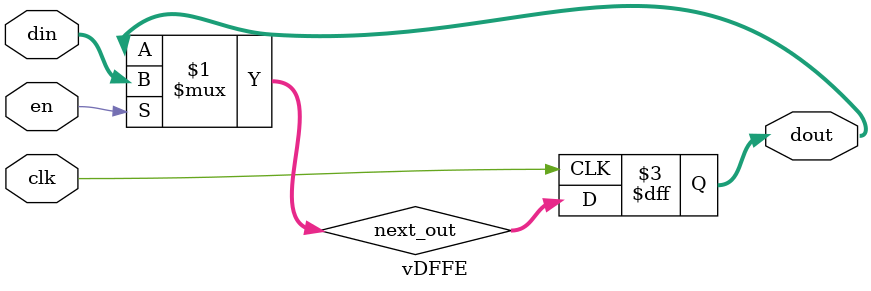
<source format=v>
`define WAIT 3'b000 
`define MOVRn 3'b001
`define MOVRd 3'b010
`define ADD 3'b011
`define CMP 3'b100
`define AND 3'b101
`define MVN 3'b111

module FSM_chooser(clk, s, reset, opcode, op, nsel, w, loada, loadb, loadc, loads, asel, bsel, write, vsel);
  //inputs and outputs
  input clk, s, reset;
  input [2:0] opcode;
  input [1:0] op;
  
  output [1:0] nsel, vsel;
  output w, loada, loadb, loadc, loads, asel, bsel, write;
  
  reg loada, loadb, loadc, loads, asel, bsel, write, w;
  reg [1:0] nsel, vsel; 
  reg [2:0] step;
  reg [2:0] next_state;

  reg custom;

  wire [2:0] chosenOne;
  wire wANDs = w & s;
  
  MuxChooser choose(`MVN, `AND, `CMP, `ADD, `MOVRd, `MOVRn, {opcode, op}, chosenOne);
  vDFFE #(3) vSelFF(clk, resetOrcustom, `WAIT, chosenOne);

  assign resetOrcustom = reset | custom;

  always @(posedge clk) begin
    next_state  = chosenOne;
    casex ({next_state, step}) 
      {`MOVRn, 3'bx}: {loada, loadb, loadc, asel, bsel, vsel, write, nsel, w, loads, custom, step} = {12'b0_0_0_0_0_10_1_00_0_0, 1'b1, 3'd0};
       
      {`MOVRd, 3'd0}: {loada, loadb, loadc, asel, bsel, vsel, write, nsel, w, loads, custom, step} = {12'b0_1_1_1_0_10_0_10_0_0, 1'b1, 3'd1};
      {`MOVRd, 3'd1}: {loada, loadb, loadc, asel, bsel, vsel, write, nsel, w, loads, custom, step} = {12'b0_0_0_0_0_00_1_01_0_0, 1'b1, 3'd0};
        
      {`ADD, 3'd0}: {loada, loadb, loadc, asel, bsel, vsel, write, nsel, w, loads, custom, step} = {12'b1_0_0_0_0_10_0_00_0_0, 1'b1, 3'd1};
      {`ADD, 3'd1}: {loada, loadb, loadc, asel, bsel, vsel, write, nsel, w, loads, custom, step} = {12'b0_1_0_0_0_10_0_10_0_0, 1'b1, 3'd2};
      {`ADD, 3'd2}: {loada, loadb, loadc, asel, bsel, vsel, write, nsel, w, loads, custom, step} = {12'b0_0_1_0_0_10_0_10_0_0, 1'b1, 3'd3};
      {`ADD, 3'd3}: {loada, loadb, loadc, asel, bsel, vsel, write, nsel, w, loads, custom, step} = {12'b0_0_0_0_0_00_1_01_0_0, 1'b1, 3'd0};
        
      {`CMP, 3'd0}: {loada, loadb, loadc, asel, bsel, vsel, write, nsel, w, loads, custom, step} = {12'b1_0_0_0_0_10_0_00_0_0, 1'b1, 3'd1};
      {`CMP, 3'd1}: {loada, loadb, loadc, asel, bsel, vsel, write, nsel, w, loads, custom, step} = {12'b0_1_0_0_0_10_0_10_0_0, 1'b1, 3'd2};
      {`CMP, 3'd2}: {loada, loadb, loadc, asel, bsel, vsel, write, nsel, w, loads, custom, step} = {12'b0_0_1_0_0_10_0_10_0_1, 1'b1, 3'd0};
        
      {`AND, 3'd0}: {loada, loadb, loadc, asel, bsel, vsel, write, nsel, w, loads, custom, step} = {12'b1_0_0_0_0_10_0_00_0_0, 1'b1, 3'd1};
      {`AND, 3'd1}: {loada, loadb, loadc, asel, bsel, vsel, write, nsel, w, loads, custom, step} = {12'b0_1_0_0_0_10_0_10_0_0, 1'b1, 3'd2};
      {`AND, 3'd2}: {loada, loadb, loadc, asel, bsel, vsel, write, nsel, w, loads, custom, step} = {12'b0_0_1_0_0_10_0_10_0_0, 1'b1, 3'd3};
      {`AND, 3'd3}: {loada, loadb, loadc, asel, bsel, vsel, write, nsel, w, loads, custom, step} = {12'b0_0_0_0_0_00_1_01_0_0, 1'b1, 3'd0};
        
      {`MVN, 3'd0}: {loada, loadb, loadc, asel, bsel, vsel, write, nsel, w, loads, custom, step} = {12'b0_1_1_1_0_10_0_10_0_0, 1'b1, 3'd1};
      {`MVN, 3'd1}: {loada, loadb, loadc, asel, bsel, vsel, write, nsel, w, loads, custom, step} = {12'b0_0_0_0_0_00_1_01_0_0, 1'b1, 3'd0};
          
      default:{loada, loadb, loadc, asel, bsel, vsel, write, nsel, w, loads, next_state, step} = {16'bx};
    endcase 
  end           
endmodule 


module MuxChooser(a5, a4, a3, a2, a1, a0, muxC_in, muxC_out) ;
  parameter k = 3;
  parameter m = 5;
  input [k-1:0] a5, a4, a3, a2, a1, a0;  // inputs
  input  [m-1:0] muxC_in;          
  output [k-1:0] muxC_out;
  reg [k-1:0] muxC_out;
    

  always @(*) begin
    casex(muxC_in)
      5'b110_10: muxC_out = a0;
      5'b110_00: muxC_out = a1;
      5'b101_00: muxC_out = a2;
      5'b101_01: muxC_out = a3;
      5'b101_10: muxC_out = a4;
      default: muxC_out = {k{1'bx}};
    endcase
  end 
endmodule

//load enabled register 
module vDFFE(clk, en, din, dout);
  parameter n = 16;
  input clk, en;
  input [n-1:0] din;
  output [n-1:0] dout;
  reg [n-1:0] dout;
  wire [n-1:0] next_out;

  assign next_out = en ? din : dout;

  always @(posedge clk) begin
    dout = next_out;
  end
  
endmodule

</source>
